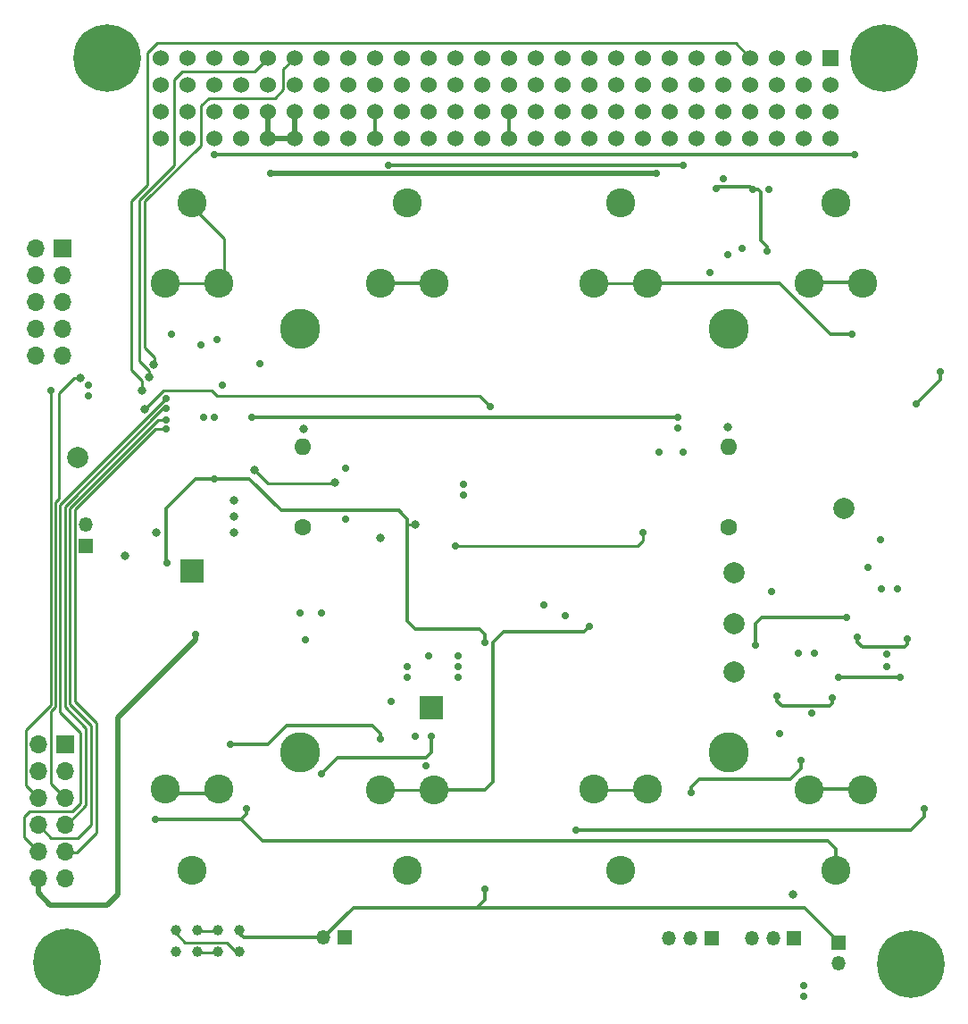
<source format=gtl>
G04 #@! TF.GenerationSoftware,KiCad,Pcbnew,(6.0.7)*
G04 #@! TF.CreationDate,2023-05-04T15:31:30-04:00*
G04 #@! TF.ProjectId,battery_board_v2,62617474-6572-4795-9f62-6f6172645f76,rev?*
G04 #@! TF.SameCoordinates,Original*
G04 #@! TF.FileFunction,Copper,L1,Top*
G04 #@! TF.FilePolarity,Positive*
%FSLAX46Y46*%
G04 Gerber Fmt 4.6, Leading zero omitted, Abs format (unit mm)*
G04 Created by KiCad (PCBNEW (6.0.7)) date 2023-05-04 15:31:30*
%MOMM*%
%LPD*%
G01*
G04 APERTURE LIST*
G04 #@! TA.AperFunction,ComponentPad*
%ADD10C,1.524000*%
G04 #@! TD*
G04 #@! TA.AperFunction,ComponentPad*
%ADD11R,1.524000X1.524000*%
G04 #@! TD*
G04 #@! TA.AperFunction,ComponentPad*
%ADD12R,1.350000X1.350000*%
G04 #@! TD*
G04 #@! TA.AperFunction,ComponentPad*
%ADD13O,1.350000X1.350000*%
G04 #@! TD*
G04 #@! TA.AperFunction,ComponentPad*
%ADD14C,3.800000*%
G04 #@! TD*
G04 #@! TA.AperFunction,ComponentPad*
%ADD15C,3.600000*%
G04 #@! TD*
G04 #@! TA.AperFunction,ConnectorPad*
%ADD16C,6.400000*%
G04 #@! TD*
G04 #@! TA.AperFunction,ComponentPad*
%ADD17C,1.600000*%
G04 #@! TD*
G04 #@! TA.AperFunction,ComponentPad*
%ADD18O,1.600000X1.600000*%
G04 #@! TD*
G04 #@! TA.AperFunction,ComponentPad*
%ADD19R,1.700000X1.700000*%
G04 #@! TD*
G04 #@! TA.AperFunction,ComponentPad*
%ADD20O,1.700000X1.700000*%
G04 #@! TD*
G04 #@! TA.AperFunction,ComponentPad*
%ADD21C,2.745000*%
G04 #@! TD*
G04 #@! TA.AperFunction,ComponentPad*
%ADD22C,1.000000*%
G04 #@! TD*
G04 #@! TA.AperFunction,ComponentPad*
%ADD23C,0.600000*%
G04 #@! TD*
G04 #@! TA.AperFunction,SMDPad,CuDef*
%ADD24R,2.300000X2.300000*%
G04 #@! TD*
G04 #@! TA.AperFunction,ComponentPad*
%ADD25C,2.000000*%
G04 #@! TD*
G04 #@! TA.AperFunction,ViaPad*
%ADD26C,0.700000*%
G04 #@! TD*
G04 #@! TA.AperFunction,ViaPad*
%ADD27C,0.800000*%
G04 #@! TD*
G04 #@! TA.AperFunction,Conductor*
%ADD28C,0.250000*%
G04 #@! TD*
G04 #@! TA.AperFunction,Conductor*
%ADD29C,0.300000*%
G04 #@! TD*
G04 #@! TA.AperFunction,Conductor*
%ADD30C,0.500000*%
G04 #@! TD*
G04 APERTURE END LIST*
D10*
X123190000Y-59690000D03*
X123190000Y-57150000D03*
X125730000Y-59690000D03*
X125730000Y-57150000D03*
X128270000Y-59690000D03*
X128270000Y-57150000D03*
X130810000Y-59690000D03*
X130810000Y-57150000D03*
X133350000Y-59690000D03*
X133350000Y-57150000D03*
X135890000Y-59690000D03*
X135890000Y-57150000D03*
X138430000Y-59690000D03*
X138430000Y-57150000D03*
X140970000Y-59690000D03*
X140970000Y-57150000D03*
X143510000Y-59690000D03*
X143510000Y-57150000D03*
X146050000Y-59690000D03*
X146050000Y-57150000D03*
X148590000Y-59690000D03*
X148590000Y-57150000D03*
X151130000Y-59690000D03*
X151130000Y-57150000D03*
X153670000Y-59690000D03*
X153670000Y-57150000D03*
X156210000Y-59690000D03*
X156210000Y-57150000D03*
X158750000Y-59690000D03*
X158750000Y-57150000D03*
X161290000Y-59690000D03*
X161290000Y-57150000D03*
X163830000Y-59690000D03*
X163830000Y-57150000D03*
X166370000Y-59690000D03*
X166370000Y-57150000D03*
X168910000Y-59690000D03*
X168910000Y-57150000D03*
X171450000Y-59690000D03*
X171450000Y-57150000D03*
X173990000Y-59690000D03*
X173990000Y-57150000D03*
X176530000Y-59690000D03*
X176530000Y-57150000D03*
X179070000Y-59690000D03*
X179070000Y-57150000D03*
X181610000Y-59690000D03*
X181610000Y-57150000D03*
X184150000Y-59690000D03*
X184150000Y-57150000D03*
X186690000Y-59690000D03*
X186690000Y-57150000D03*
X123190000Y-54610000D03*
X123190000Y-52070000D03*
X125730000Y-54610000D03*
X125730000Y-52070000D03*
X128270000Y-54610000D03*
X128270000Y-52070000D03*
X130810000Y-54610000D03*
X130810000Y-52070000D03*
X133350000Y-54610000D03*
X133350000Y-52070000D03*
X135890000Y-54610000D03*
X135890000Y-52070000D03*
X138430000Y-54610000D03*
X138430000Y-52070000D03*
X140970000Y-54610000D03*
X140970000Y-52070000D03*
X143510000Y-54610000D03*
X143510000Y-52070000D03*
X146050000Y-54610000D03*
X146050000Y-52070000D03*
X148590000Y-54610000D03*
X148590000Y-52070000D03*
X151130000Y-54610000D03*
X151130000Y-52070000D03*
X153670000Y-54610000D03*
X153670000Y-52070000D03*
X156210000Y-54610000D03*
X156210000Y-52070000D03*
X158750000Y-54610000D03*
X158750000Y-52070000D03*
X161290000Y-54610000D03*
X161290000Y-52070000D03*
X163830000Y-54610000D03*
X163830000Y-52070000D03*
X166370000Y-54610000D03*
X166370000Y-52070000D03*
X168910000Y-54610000D03*
X168910000Y-52070000D03*
X171450000Y-54610000D03*
X171450000Y-52070000D03*
X173990000Y-54610000D03*
X173990000Y-52070000D03*
X176530000Y-54610000D03*
X176530000Y-52070000D03*
X179070000Y-54610000D03*
X179070000Y-52070000D03*
X181610000Y-54610000D03*
X181610000Y-52070000D03*
X184150000Y-54610000D03*
X184150000Y-52070000D03*
X186690000Y-54610000D03*
D11*
X186690000Y-52070000D03*
D12*
X187452000Y-135906000D03*
D13*
X187452000Y-137906000D03*
D12*
X183225000Y-135475000D03*
D13*
X181225000Y-135475000D03*
X179225000Y-135475000D03*
D14*
X177038000Y-77724000D03*
D15*
X194310000Y-137922000D03*
D16*
X194310000Y-137922000D03*
D17*
X177038000Y-96520000D03*
D18*
X177038000Y-88900000D03*
D16*
X114300000Y-137795000D03*
D15*
X114300000Y-137795000D03*
D12*
X116078000Y-98298000D03*
D13*
X116078000Y-96298000D03*
D12*
X175375000Y-135525000D03*
D13*
X173375000Y-135525000D03*
X171375000Y-135525000D03*
D19*
X114066000Y-117119000D03*
D20*
X111526000Y-117119000D03*
X114066000Y-119659000D03*
X111526000Y-119659000D03*
X114066000Y-122199000D03*
X111526000Y-122199000D03*
X114066000Y-124739000D03*
X111526000Y-124739000D03*
X114066000Y-127279000D03*
X111526000Y-127279000D03*
X114066000Y-129819000D03*
X111526000Y-129819000D03*
D15*
X118110000Y-52070000D03*
D16*
X118110000Y-52070000D03*
D14*
X136398000Y-117856000D03*
D21*
X164211000Y-73406000D03*
X169291000Y-73406000D03*
X166751000Y-65786000D03*
X166751000Y-129032000D03*
X169291000Y-121406000D03*
X164211000Y-121406000D03*
D22*
X130618000Y-134748000D03*
X128618000Y-134748000D03*
X126618000Y-134748000D03*
X124618000Y-134748000D03*
X130618000Y-136748000D03*
X128618000Y-136748000D03*
X126618000Y-136748000D03*
X124618000Y-136748000D03*
D21*
X184658000Y-121444000D03*
X187198000Y-129064000D03*
X189738000Y-121444000D03*
X184658000Y-73444000D03*
X189738000Y-73444000D03*
X187198000Y-65818000D03*
D12*
X140600000Y-135450000D03*
D13*
X138600000Y-135450000D03*
D17*
X136652000Y-96577000D03*
D18*
X136652000Y-88957000D03*
D14*
X136398000Y-77724000D03*
D21*
X144018000Y-121444000D03*
X149098000Y-121444000D03*
X146558000Y-129064000D03*
X149098000Y-73444000D03*
X144018000Y-73444000D03*
X146558000Y-65818000D03*
D14*
X177038000Y-117856000D03*
D21*
X123571000Y-73406000D03*
X128651000Y-73406000D03*
X126111000Y-65786000D03*
X123571000Y-121406000D03*
X128651000Y-121406000D03*
X126111000Y-129032000D03*
D15*
X191770000Y-52070000D03*
D16*
X191770000Y-52070000D03*
D19*
X113812000Y-70134000D03*
D20*
X111272000Y-70134000D03*
X113812000Y-72674000D03*
X111272000Y-72674000D03*
X113812000Y-75214000D03*
X111272000Y-75214000D03*
X113812000Y-77754000D03*
X111272000Y-77754000D03*
X113812000Y-80294000D03*
X111272000Y-80294000D03*
D23*
X149350000Y-113150000D03*
D24*
X148850000Y-113651000D03*
D23*
X148850000Y-113650000D03*
X148350000Y-114150000D03*
X148350000Y-113150000D03*
X149350000Y-114150000D03*
D25*
X177546000Y-100838000D03*
X177546000Y-110236000D03*
X177546000Y-105664000D03*
X187960000Y-94742000D03*
X115316000Y-89916000D03*
D23*
X126100000Y-100700000D03*
X125600000Y-101200000D03*
X125600000Y-100200000D03*
X126600000Y-100200000D03*
X126600000Y-101200000D03*
D24*
X126100000Y-100701000D03*
D26*
X122682000Y-124206000D03*
X128270000Y-61214000D03*
X188976000Y-61214000D03*
X131318000Y-123190000D03*
X163830000Y-105918000D03*
X144018000Y-116586000D03*
X129801045Y-117137402D03*
X188722000Y-78232000D03*
X162560000Y-125222000D03*
X195580000Y-123190000D03*
X140716000Y-95758000D03*
X128270000Y-86106000D03*
X151892000Y-92456000D03*
X161544000Y-104902000D03*
X140716000Y-90932000D03*
D27*
X136725000Y-87210000D03*
X176900000Y-87075000D03*
D26*
X116332000Y-83058000D03*
X172720000Y-62230000D03*
X144780000Y-62230000D03*
X179298600Y-64516000D03*
X180693516Y-70401856D03*
X175796412Y-64465894D03*
X191516000Y-102362000D03*
X192024000Y-108583500D03*
X146558000Y-110744000D03*
X147320000Y-116332000D03*
X181102000Y-102616000D03*
X191372000Y-97724000D03*
X184912000Y-114171500D03*
X148590000Y-108712000D03*
X183642000Y-108458000D03*
X168910000Y-97028000D03*
X133604000Y-62992000D03*
X151130000Y-98298000D03*
X153924000Y-130810000D03*
X153924000Y-107442000D03*
X170180000Y-62992000D03*
X123725499Y-99974500D03*
X128270000Y-91948000D03*
D27*
X147320000Y-96266000D03*
X121412000Y-83566000D03*
X122074500Y-82320000D03*
X139674647Y-92325353D03*
X115570000Y-82399500D03*
X132037451Y-91112049D03*
D26*
X112776000Y-83566000D03*
D27*
X122509961Y-81173967D03*
D26*
X126492000Y-106680000D03*
X172212000Y-86106000D03*
X131826000Y-86106000D03*
X188214000Y-105090000D03*
X179578000Y-107696000D03*
X189230000Y-106934000D03*
X193912000Y-107122000D03*
X181610000Y-112522000D03*
X186800000Y-112710000D03*
D27*
X121617854Y-85392853D03*
D26*
X154432000Y-85090000D03*
X123698000Y-84328000D03*
X123671597Y-85317596D03*
X123698000Y-86360000D03*
X123698000Y-87259503D03*
X184150000Y-140970000D03*
D27*
X130140000Y-93980000D03*
D26*
X129032000Y-83058000D03*
X172720000Y-89408000D03*
X184150000Y-139954000D03*
X124206000Y-78232000D03*
X170434000Y-89408000D03*
X151384000Y-110744000D03*
X127000000Y-79248000D03*
X132588000Y-81026000D03*
X181864000Y-116078000D03*
X159512000Y-103886000D03*
D27*
X122750000Y-97100000D03*
D26*
X178282600Y-70104000D03*
D27*
X183134000Y-131318000D03*
X144018000Y-97536000D03*
D26*
X193040000Y-102362000D03*
X148336000Y-119126000D03*
D27*
X130100000Y-97050000D03*
D26*
X138430000Y-104698502D03*
X190246000Y-100330000D03*
X192024000Y-109728000D03*
X128524000Y-78740000D03*
X136906000Y-107188000D03*
X151892000Y-93472000D03*
X180848000Y-64516000D03*
X151384000Y-108712000D03*
D27*
X130120000Y-95514000D03*
D26*
X176908400Y-70716200D03*
D27*
X119750000Y-99300000D03*
D26*
X151384000Y-109728000D03*
X136398000Y-104698502D03*
X172212000Y-87122000D03*
X146558000Y-109728000D03*
X145034000Y-113030000D03*
X185166000Y-108458000D03*
X116332000Y-84074000D03*
X127254000Y-86106000D03*
X175260000Y-72390000D03*
X176530000Y-63500000D03*
X148844000Y-116332000D03*
X138430000Y-119888000D03*
X193294000Y-110744000D03*
X194818000Y-84836000D03*
X187452000Y-110744000D03*
X197104000Y-81788000D03*
X173482000Y-121666000D03*
X183896000Y-118614500D03*
D28*
X115210000Y-127360000D02*
X114165000Y-127360000D01*
X115062000Y-113030000D02*
X117094000Y-115062000D01*
X115062000Y-94882493D02*
X115062000Y-113030000D01*
X117094000Y-115062000D02*
X117094000Y-125476000D01*
X122684990Y-87259503D02*
X115062000Y-94882493D01*
X117094000Y-125476000D02*
X115210000Y-127360000D01*
X123698000Y-87259503D02*
X122684990Y-87259503D01*
X116586000Y-124714000D02*
X115316000Y-125984000D01*
X116586000Y-115316000D02*
X116586000Y-124714000D01*
X114554000Y-94754097D02*
X114554000Y-113284000D01*
X122948097Y-86360000D02*
X114554000Y-94754097D01*
X112789000Y-125984000D02*
X111625000Y-124820000D01*
X123698000Y-86360000D02*
X122948097Y-86360000D01*
X114554000Y-113284000D02*
X116586000Y-115316000D01*
X115316000Y-125984000D02*
X112789000Y-125984000D01*
X116078000Y-122907000D02*
X114165000Y-124820000D01*
X114075000Y-113567000D02*
X116078000Y-115570000D01*
X116078000Y-115570000D02*
X116078000Y-122907000D01*
X123671597Y-85317596D02*
X123354105Y-85317596D01*
X123354105Y-85317596D02*
X114075000Y-94596701D01*
X114075000Y-94596701D02*
X114075000Y-113567000D01*
X125465000Y-135890000D02*
X124400000Y-134825000D01*
X129465000Y-135890000D02*
X125465000Y-135890000D01*
X130400000Y-136825000D02*
X129465000Y-135890000D01*
X129200000Y-69200000D02*
X126717000Y-66717000D01*
X129257000Y-73484000D02*
X129200000Y-73427000D01*
D29*
X130810000Y-124206000D02*
X122682000Y-124206000D01*
D28*
X129200000Y-73427000D02*
X129200000Y-69200000D01*
D29*
X189548000Y-121366000D02*
X184468000Y-121366000D01*
X128270000Y-61214000D02*
X188976000Y-61214000D01*
X131318000Y-123190000D02*
X131318000Y-123698000D01*
X186436000Y-126238000D02*
X132842000Y-126238000D01*
X187198000Y-127000000D02*
X186436000Y-126238000D01*
D28*
X129257000Y-73484000D02*
X124177000Y-73484000D01*
D29*
X187198000Y-129064000D02*
X187198000Y-127000000D01*
X131318000Y-123698000D02*
X130810000Y-124206000D01*
X132842000Y-126238000D02*
X130810000Y-124206000D01*
X129040000Y-121767000D02*
X123960000Y-121767000D01*
D28*
X149357000Y-121484000D02*
X144277000Y-121484000D01*
D29*
X149098000Y-121444000D02*
X153892000Y-121444000D01*
X133306598Y-117137402D02*
X129801045Y-117137402D01*
X154686000Y-117602000D02*
X154686000Y-107442000D01*
X144018000Y-116078000D02*
X143256000Y-115316000D01*
X155702000Y-106426000D02*
X154686000Y-107442000D01*
X163322000Y-106426000D02*
X155702000Y-106426000D01*
X135128000Y-115316000D02*
X133306598Y-117137402D01*
X153892000Y-121444000D02*
X154686000Y-120650000D01*
X143256000Y-115316000D02*
X135128000Y-115316000D01*
X163830000Y-105918000D02*
X163322000Y-106426000D01*
X144018000Y-116586000D02*
X144018000Y-116078000D01*
X154686000Y-120650000D02*
X154686000Y-117602000D01*
X149098000Y-73444000D02*
X144018000Y-73444000D01*
D28*
X169440000Y-73484000D02*
X164360000Y-73484000D01*
D29*
X188722000Y-78232000D02*
X186690000Y-78232000D01*
X195580000Y-123952000D02*
X194310000Y-125222000D01*
X194310000Y-125222000D02*
X162560000Y-125222000D01*
X181864000Y-73406000D02*
X169291000Y-73406000D01*
X186690000Y-78232000D02*
X181864000Y-73406000D01*
X195580000Y-123190000D02*
X195580000Y-123952000D01*
D28*
X169440000Y-121484000D02*
X164360000Y-121484000D01*
D29*
X184468000Y-73366000D02*
X189065000Y-73366000D01*
X179298600Y-64516000D02*
X179044600Y-64262000D01*
X143510000Y-57150000D02*
X143510000Y-59690000D01*
X172720000Y-62230000D02*
X144780000Y-62230000D01*
X180693516Y-70401856D02*
X180693516Y-69974916D01*
X176000306Y-64262000D02*
X175796412Y-64465894D01*
X180693516Y-69974916D02*
X180060600Y-69342000D01*
X180060600Y-69342000D02*
X180060600Y-64770000D01*
X180060600Y-64770000D02*
X179806600Y-64516000D01*
X179044600Y-64262000D02*
X176000306Y-64262000D01*
X179806600Y-64516000D02*
X179298600Y-64516000D01*
D30*
X135890000Y-57150000D02*
X135890000Y-59690000D01*
X170142000Y-63030000D02*
X133642000Y-63030000D01*
D29*
X138600000Y-135450000D02*
X131025000Y-135450000D01*
X128270000Y-91948000D02*
X126492000Y-91948000D01*
D28*
X146558000Y-96266000D02*
X146558000Y-95758000D01*
D29*
X147320000Y-106172000D02*
X146558000Y-105410000D01*
X141425000Y-132625000D02*
X138600000Y-135450000D01*
X153924000Y-107442000D02*
X153924000Y-106680000D01*
X123700000Y-94740000D02*
X123700000Y-99949001D01*
D28*
X151130000Y-98298000D02*
X168402000Y-98298000D01*
D29*
X153924000Y-130810000D02*
X153924000Y-131826000D01*
D28*
X168402000Y-98298000D02*
X168910000Y-97790000D01*
D29*
X152363000Y-132625000D02*
X141425000Y-132625000D01*
X131548000Y-91948000D02*
X128270000Y-91948000D01*
X146558000Y-105410000D02*
X146558000Y-95758000D01*
X134558000Y-94958000D02*
X131548000Y-91948000D01*
X184225000Y-132625000D02*
X152363000Y-132625000D01*
X153924000Y-106680000D02*
X153416000Y-106172000D01*
D28*
X146558000Y-95758000D02*
X146050000Y-95250000D01*
D29*
X153924000Y-131826000D02*
X153125000Y-132625000D01*
X187425000Y-135825000D02*
X184225000Y-132625000D01*
D30*
X135890000Y-59690000D02*
X133350000Y-59690000D01*
D29*
X131025000Y-135450000D02*
X130400000Y-134825000D01*
X123700000Y-99949001D02*
X123725499Y-99974500D01*
X153125000Y-132625000D02*
X152363000Y-132625000D01*
D30*
X133642000Y-63030000D02*
X133604000Y-62992000D01*
D29*
X146050000Y-95250000D02*
X145758000Y-94958000D01*
D30*
X170180000Y-62992000D02*
X170142000Y-63030000D01*
D29*
X145758000Y-94958000D02*
X134558000Y-94958000D01*
D30*
X133350000Y-57150000D02*
X133350000Y-59690000D01*
D28*
X147320000Y-96266000D02*
X146558000Y-96266000D01*
D29*
X153416000Y-106172000D02*
X147320000Y-106172000D01*
X126492000Y-91948000D02*
X123700000Y-94740000D01*
D28*
X168910000Y-97790000D02*
X168910000Y-97028000D01*
X121412000Y-83566000D02*
X121412000Y-82682805D01*
X121920000Y-51562000D02*
X122822000Y-50660000D01*
X177660000Y-50660000D02*
X179070000Y-52070000D01*
X120396000Y-65667604D02*
X121920000Y-64143604D01*
X120396000Y-81666805D02*
X120396000Y-65667604D01*
X121920000Y-64143604D02*
X121920000Y-51562000D01*
X122822000Y-50660000D02*
X177660000Y-50660000D01*
X121412000Y-82682805D02*
X120396000Y-81666805D01*
X124475000Y-54150000D02*
X125225000Y-53400000D01*
X133325402Y-92400000D02*
X139600000Y-92400000D01*
X125225000Y-53400000D02*
X132020000Y-53400000D01*
X122074500Y-82320000D02*
X122074500Y-81763104D01*
X121158000Y-80846604D02*
X121158000Y-65542000D01*
X115570000Y-82399500D02*
X114958500Y-82399500D01*
X112776000Y-120891000D02*
X114165000Y-122280000D01*
X112776000Y-113960396D02*
X112776000Y-120891000D01*
X139600000Y-92400000D02*
X139674647Y-92325353D01*
X132037451Y-91112049D02*
X133325402Y-92400000D01*
X113538000Y-83820000D02*
X113538000Y-93860909D01*
X113538000Y-93860909D02*
X113175000Y-94223909D01*
X122074500Y-81763104D02*
X121158000Y-80846604D01*
X132020000Y-53400000D02*
X133350000Y-52070000D01*
X121158000Y-65542000D02*
X124475000Y-62225000D01*
X114958500Y-82399500D02*
X113538000Y-83820000D01*
X124475000Y-62225000D02*
X124475000Y-54150000D01*
X113175000Y-113561396D02*
X112776000Y-113960396D01*
X113175000Y-94223909D02*
X113175000Y-113561396D01*
X112725000Y-84125000D02*
X112725000Y-113375000D01*
X122509961Y-81173967D02*
X122540000Y-81143928D01*
X122540000Y-81143928D02*
X122540000Y-80450000D01*
X126950000Y-56625000D02*
X127700000Y-55875000D01*
X112776000Y-83566000D02*
X112776000Y-84074000D01*
X133988251Y-55875000D02*
X134803000Y-55060251D01*
X121666000Y-65670396D02*
X126950000Y-60386396D01*
X110350000Y-115750000D02*
X110350000Y-121005000D01*
X112725000Y-113375000D02*
X110350000Y-115750000D01*
X110350000Y-121005000D02*
X111625000Y-122280000D01*
X134803000Y-55060251D02*
X134803000Y-53157000D01*
X126950000Y-60386396D02*
X126950000Y-56625000D01*
X121666000Y-79576000D02*
X121666000Y-65670396D01*
X127700000Y-55875000D02*
X133988251Y-55875000D01*
X112776000Y-84074000D02*
X112725000Y-84125000D01*
X134803000Y-53157000D02*
X135890000Y-52070000D01*
X122540000Y-80450000D02*
X121666000Y-79576000D01*
D30*
X126492000Y-107188000D02*
X119126000Y-114554000D01*
X119126000Y-114554000D02*
X119126000Y-131318000D01*
X126492000Y-106680000D02*
X126492000Y-107188000D01*
X111526000Y-131213500D02*
X111526000Y-129819000D01*
X118110000Y-132334000D02*
X112646500Y-132334000D01*
X112646500Y-132334000D02*
X111526000Y-131213500D01*
X119126000Y-131318000D02*
X118110000Y-132334000D01*
D28*
X128400000Y-136825000D02*
X126400000Y-136825000D01*
D29*
X172212000Y-86106000D02*
X131826000Y-86106000D01*
X180152000Y-105090000D02*
X188214000Y-105090000D01*
X179578000Y-105664000D02*
X180152000Y-105090000D01*
X179578000Y-107696000D02*
X179578000Y-105664000D01*
X189230000Y-107442000D02*
X189672000Y-107884000D01*
X193658000Y-107884000D02*
X193912000Y-107630000D01*
X189230000Y-106934000D02*
X189230000Y-107442000D01*
X189672000Y-107884000D02*
X193658000Y-107884000D01*
X193912000Y-107630000D02*
X193912000Y-107122000D01*
X181610000Y-112522000D02*
X181610000Y-113030000D01*
X181610000Y-113030000D02*
X182052000Y-113472000D01*
X186546000Y-113472000D02*
X182052000Y-113472000D01*
X186800000Y-113218000D02*
X186546000Y-113472000D01*
X186800000Y-112710000D02*
X186800000Y-113218000D01*
D28*
X128524000Y-84074000D02*
X128016000Y-83566000D01*
X123444707Y-83566000D02*
X121617854Y-85392853D01*
X153416000Y-84074000D02*
X128524000Y-84074000D01*
X154432000Y-85090000D02*
X153416000Y-84074000D01*
X128016000Y-83566000D02*
X123444707Y-83566000D01*
X113625000Y-114094500D02*
X115570000Y-116039500D01*
X115570000Y-116039500D02*
X115570000Y-122682000D01*
X115570000Y-122682000D02*
X114797000Y-123455000D01*
X110733001Y-123455000D02*
X110236000Y-123952001D01*
X110236000Y-125971000D02*
X111625000Y-127360000D01*
X110236000Y-123952001D02*
X110236000Y-125971000D01*
X113625000Y-94410305D02*
X113625000Y-114094500D01*
X114797000Y-123455000D02*
X110733001Y-123455000D01*
X123698000Y-84328000D02*
X123698000Y-84337305D01*
X123698000Y-84337305D02*
X113625000Y-94410305D01*
X128400000Y-134825000D02*
X126400000Y-134825000D01*
D29*
X139954000Y-118364000D02*
X148336000Y-118364000D01*
X138430000Y-119888000D02*
X139954000Y-118364000D01*
X148336000Y-118364000D02*
X148844000Y-117856000D01*
X148844000Y-117856000D02*
X148844000Y-116332000D01*
X194818000Y-84836000D02*
X197104000Y-82550000D01*
X197104000Y-82550000D02*
X197104000Y-81788000D01*
X193294000Y-110744000D02*
X187452000Y-110744000D01*
X156210000Y-57150000D02*
X156210000Y-59690000D01*
X173482000Y-121158000D02*
X173482000Y-121666000D01*
X174244000Y-120396000D02*
X173482000Y-121158000D01*
X183896000Y-119380000D02*
X182880000Y-120396000D01*
X183896000Y-118614500D02*
X183896000Y-119380000D01*
X182880000Y-120396000D02*
X174244000Y-120396000D01*
M02*

</source>
